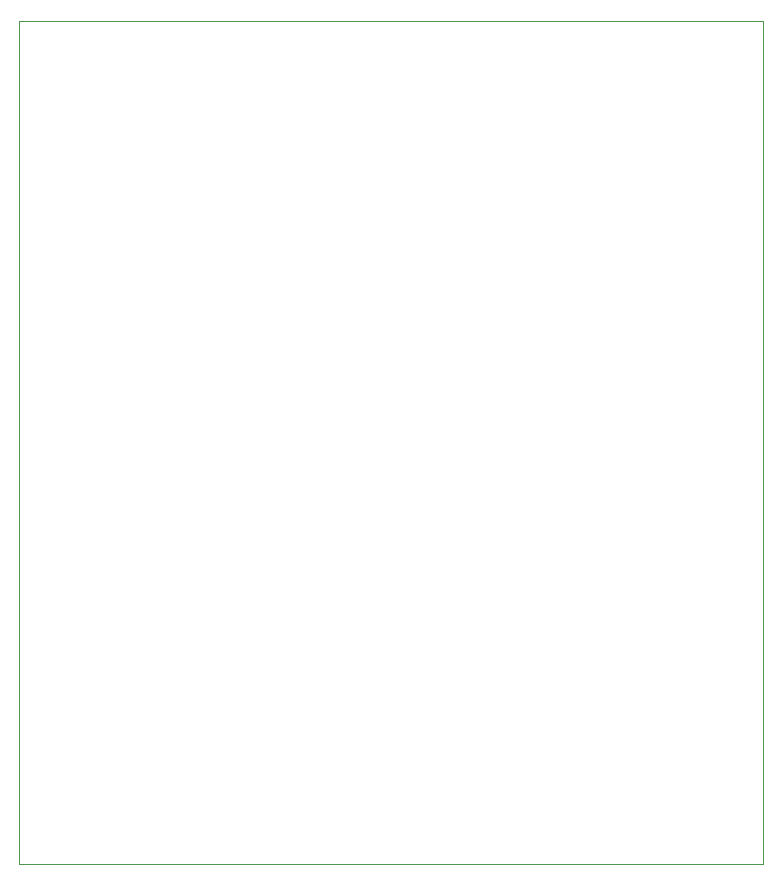
<source format=gko>
%FSLAX46Y46*%
%MOMM*%
%ADD10C,0.010000*%
G01*
%LPD*%
G01*
%LPD*%
D10*
X0Y0D02*
X63000000Y0D01*
D10*
X63000000Y0D02*
X63000000Y71400000D01*
D10*
X63000000Y71400000D02*
X0Y71400000D01*
D10*
X0Y71400000D02*
X0Y0D01*
G75*
M02*

</source>
